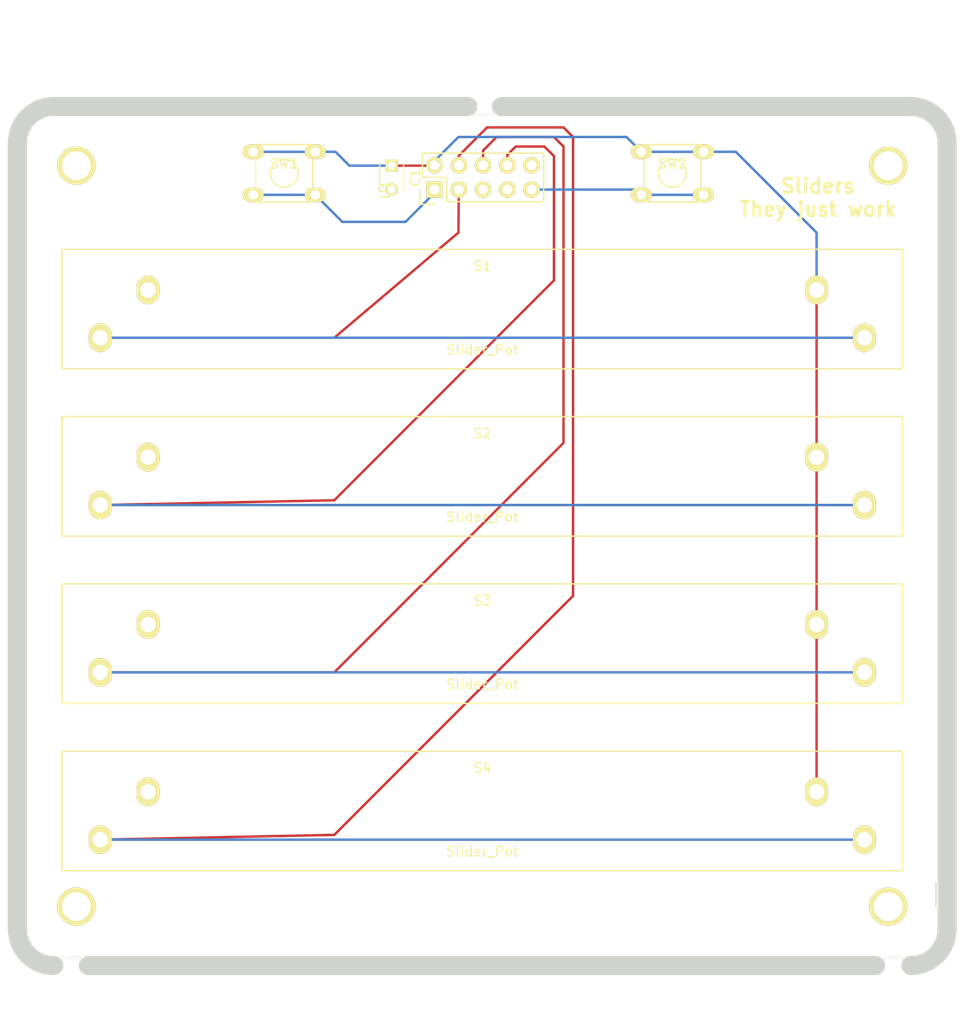
<source format=kicad_pcb>
(kicad_pcb (version 4) (host pcbnew "(after 2015-mar-04 BZR unknown)-product")

  (general
    (links 26)
    (no_connects 5)
    (area 82.819999 42.814999 182.165501 134.667501)
    (thickness 1.6)
    (drawings 19)
    (tracks 57)
    (zones 0)
    (modules 27)
    (nets 11)
  )

  (page A4)
  (layers
    (0 F.Cu signal)
    (31 B.Cu signal)
    (32 B.Adhes user)
    (33 F.Adhes user)
    (34 B.Paste user)
    (35 F.Paste user)
    (36 B.SilkS user)
    (37 F.SilkS user)
    (38 B.Mask user)
    (39 F.Mask user)
    (40 Dwgs.User user hide)
    (41 Cmts.User user)
    (42 Eco1.User user)
    (43 Eco2.User user)
    (44 Edge.Cuts user)
    (45 Margin user)
    (46 B.CrtYd user)
    (47 F.CrtYd user)
    (48 B.Fab user)
    (49 F.Fab user)
  )

  (setup
    (last_trace_width 0.254)
    (trace_clearance 0.254)
    (zone_clearance 0.508)
    (zone_45_only no)
    (trace_min 0.254)
    (segment_width 0.2)
    (edge_width 2)
    (via_size 0.889)
    (via_drill 0.635)
    (via_min_size 0.889)
    (via_min_drill 0.508)
    (uvia_size 0.508)
    (uvia_drill 0.127)
    (uvias_allowed no)
    (uvia_min_size 0.508)
    (uvia_min_drill 0.127)
    (pcb_text_width 0.3)
    (pcb_text_size 1.5 1.5)
    (mod_edge_width 0.15)
    (mod_text_size 1 1)
    (mod_text_width 0.15)
    (pad_size 2.2 1.524)
    (pad_drill 0.99)
    (pad_to_mask_clearance 0)
    (aux_axis_origin 0 0)
    (visible_elements 7FFFFFFF)
    (pcbplotparams
      (layerselection 0x000f0_80000001)
      (usegerberextensions true)
      (excludeedgelayer false)
      (linewidth 0.100000)
      (plotframeref false)
      (viasonmask false)
      (mode 1)
      (useauxorigin false)
      (hpglpennumber 1)
      (hpglpenspeed 20)
      (hpglpendiameter 15)
      (hpglpenoverlay 2)
      (psnegative false)
      (psa4output false)
      (plotreference true)
      (plotvalue true)
      (plotinvisibletext false)
      (padsonsilk false)
      (subtractmaskfromsilk true)
      (outputformat 1)
      (mirror false)
      (drillshape 0)
      (scaleselection 1)
      (outputdirectory gerbers/))
  )

  (net 0 "")
  (net 1 GND)
  (net 2 A0)
  (net 3 A1)
  (net 4 VCC)
  (net 5 A2)
  (net 6 A3)
  (net 7 "Net-(U1-Pad5)")
  (net 8 "Net-(U1-Pad7)")
  (net 9 MOSI)
  (net 10 MISO)

  (net_class Default "This is the default net class."
    (clearance 0.254)
    (trace_width 0.254)
    (via_dia 0.889)
    (via_drill 0.635)
    (uvia_dia 0.508)
    (uvia_drill 0.127)
    (add_net A0)
    (add_net A1)
    (add_net A2)
    (add_net A3)
    (add_net GND)
    (add_net MISO)
    (add_net MOSI)
    (add_net "Net-(U1-Pad5)")
    (add_net "Net-(U1-Pad7)")
    (add_net VCC)
  )

  (module brains:TinyDrillHole (layer F.Cu) (tedit 5579B018) (tstamp 55896674)
    (at 174.625 132.842)
    (fp_text reference "" (at 0 0) (layer F.SilkS)
      (effects (font (size 1 1) (thickness 0.15)))
    )
    (fp_text value "" (at 0 0 90) (layer F.SilkS)
      (effects (font (size 1 1) (thickness 0.15)))
    )
    (pad 2 thru_hole circle (at 0 0) (size 0.3 0.3) (drill 0.3) (layers *.Cu *.Mask F.SilkS))
  )

  (module brains:TinyDrillHole (layer F.Cu) (tedit 5579B018) (tstamp 55896670)
    (at 175.133 132.842)
    (fp_text reference "" (at 0 0) (layer F.SilkS)
      (effects (font (size 1 1) (thickness 0.15)))
    )
    (fp_text value "" (at 0 0 90) (layer F.SilkS)
      (effects (font (size 1 1) (thickness 0.15)))
    )
    (pad 2 thru_hole circle (at 0 0) (size 0.3 0.3) (drill 0.3) (layers *.Cu *.Mask F.SilkS))
  )

  (module brains:TinyDrillHole (layer F.Cu) (tedit 5579B018) (tstamp 5589666C)
    (at 175.514 132.842)
    (fp_text reference "" (at 0 0) (layer F.SilkS)
      (effects (font (size 1 1) (thickness 0.15)))
    )
    (fp_text value "" (at 0 0 90) (layer F.SilkS)
      (effects (font (size 1 1) (thickness 0.15)))
    )
    (pad 2 thru_hole circle (at 0 0) (size 0.3 0.3) (drill 0.3) (layers *.Cu *.Mask F.SilkS))
  )

  (module brains:TinyDrillHole (layer F.Cu) (tedit 5579B018) (tstamp 55896668)
    (at 175.895 132.842)
    (fp_text reference "" (at 0 0) (layer F.SilkS)
      (effects (font (size 1 1) (thickness 0.15)))
    )
    (fp_text value "" (at 0 0 90) (layer F.SilkS)
      (effects (font (size 1 1) (thickness 0.15)))
    )
    (pad 2 thru_hole circle (at 0 0) (size 0.3 0.3) (drill 0.3) (layers *.Cu *.Mask F.SilkS))
  )

  (module brains:TinyDrillHole (layer F.Cu) (tedit 5579B018) (tstamp 55896664)
    (at 176.403 132.842)
    (fp_text reference "" (at 0 0) (layer F.SilkS)
      (effects (font (size 1 1) (thickness 0.15)))
    )
    (fp_text value "" (at 0 0 90) (layer F.SilkS)
      (effects (font (size 1 1) (thickness 0.15)))
    )
    (pad 2 thru_hole circle (at 0 0) (size 0.3 0.3) (drill 0.3) (layers *.Cu *.Mask F.SilkS))
  )

  (module brains:TinyDrillHole (layer F.Cu) (tedit 5579B018) (tstamp 5589664E)
    (at 90.297 132.842)
    (fp_text reference "" (at 0 0) (layer F.SilkS)
      (effects (font (size 1 1) (thickness 0.15)))
    )
    (fp_text value "" (at 0 0 90) (layer F.SilkS)
      (effects (font (size 1 1) (thickness 0.15)))
    )
    (pad 2 thru_hole circle (at 0 0) (size 0.3 0.3) (drill 0.3) (layers *.Cu *.Mask F.SilkS))
  )

  (module brains:TinyDrillHole (layer F.Cu) (tedit 5579B018) (tstamp 5589664A)
    (at 89.916 132.842)
    (fp_text reference "" (at 0 0) (layer F.SilkS)
      (effects (font (size 1 1) (thickness 0.15)))
    )
    (fp_text value "" (at 0 0 90) (layer F.SilkS)
      (effects (font (size 1 1) (thickness 0.15)))
    )
    (pad 2 thru_hole circle (at 0 0) (size 0.3 0.3) (drill 0.3) (layers *.Cu *.Mask F.SilkS))
  )

  (module brains:TinyDrillHole (layer F.Cu) (tedit 5579B018) (tstamp 55896646)
    (at 89.535 132.842)
    (fp_text reference "" (at 0 0) (layer F.SilkS)
      (effects (font (size 1 1) (thickness 0.15)))
    )
    (fp_text value "" (at 0 0 90) (layer F.SilkS)
      (effects (font (size 1 1) (thickness 0.15)))
    )
    (pad 2 thru_hole circle (at 0 0) (size 0.3 0.3) (drill 0.3) (layers *.Cu *.Mask F.SilkS))
  )

  (module brains:TinyDrillHole (layer F.Cu) (tedit 5579B018) (tstamp 55896642)
    (at 89.154 132.842)
    (fp_text reference "" (at 0 0) (layer F.SilkS)
      (effects (font (size 1 1) (thickness 0.15)))
    )
    (fp_text value "" (at 0 0 90) (layer F.SilkS)
      (effects (font (size 1 1) (thickness 0.15)))
    )
    (pad 2 thru_hole circle (at 0 0) (size 0.3 0.3) (drill 0.3) (layers *.Cu *.Mask F.SilkS))
  )

  (module brains:TinyDrillHole (layer F.Cu) (tedit 5579B018) (tstamp 5589663E)
    (at 88.646 132.842)
    (fp_text reference "" (at 0 0) (layer F.SilkS)
      (effects (font (size 1 1) (thickness 0.15)))
    )
    (fp_text value "" (at 0 0 90) (layer F.SilkS)
      (effects (font (size 1 1) (thickness 0.15)))
    )
    (pad 2 thru_hole circle (at 0 0) (size 0.3 0.3) (drill 0.3) (layers *.Cu *.Mask F.SilkS))
  )

  (module brains:TacSwitch (layer F.Cu) (tedit 55895EA4) (tstamp 556775BD)
    (at 152.4 50.8 180)
    (path /55677056)
    (fp_text reference SW2 (at 0 1 180) (layer F.SilkS)
      (effects (font (size 1 1) (thickness 0.15)))
    )
    (fp_text value SW_PUSH (at 0 -0.75 180) (layer F.Fab)
      (effects (font (size 1 1) (thickness 0.15)))
    )
    (fp_line (start 3 -3) (end 3 3) (layer F.SilkS) (width 0.15))
    (fp_line (start 3 3) (end -3 3) (layer F.SilkS) (width 0.15))
    (fp_line (start -3 3) (end -3 -3) (layer F.SilkS) (width 0.15))
    (fp_line (start -3 -3) (end 3 -3) (layer F.SilkS) (width 0.15))
    (fp_circle (center 0 0) (end 1.25 0.75) (layer F.SilkS) (width 0.15))
    (pad 2 thru_hole oval (at -3.25 2.25 180) (size 2.2 1.524) (drill 0.99) (layers *.Cu *.Mask F.SilkS)
      (net 4 VCC))
    (pad 1 thru_hole oval (at -3.25 -2.25 180) (size 2.2 1.524) (drill 0.99) (layers *.Cu *.Mask F.SilkS)
      (net 10 MISO))
    (pad 2 thru_hole oval (at 3.25 2.25 180) (size 2.2 1.524) (drill 0.99) (layers *.Cu *.Mask F.SilkS)
      (net 4 VCC))
    (pad 1 thru_hole oval (at 3.25 -2.25 180) (size 2.2 1.524) (drill 0.99) (layers *.Cu *.Mask F.SilkS)
      (net 10 MISO))
  )

  (module brains:TacSwitch (layer F.Cu) (tedit 55895E80) (tstamp 556775B0)
    (at 111.76 50.8 180)
    (path /5567701A)
    (fp_text reference SW1 (at 0 1 180) (layer F.SilkS)
      (effects (font (size 1 1) (thickness 0.15)))
    )
    (fp_text value SW_PUSH (at 0 -0.75 180) (layer F.Fab)
      (effects (font (size 1 1) (thickness 0.15)))
    )
    (fp_line (start 3 -3) (end 3 3) (layer F.SilkS) (width 0.15))
    (fp_line (start 3 3) (end -3 3) (layer F.SilkS) (width 0.15))
    (fp_line (start -3 3) (end -3 -3) (layer F.SilkS) (width 0.15))
    (fp_line (start -3 -3) (end 3 -3) (layer F.SilkS) (width 0.15))
    (fp_circle (center 0 0) (end 1.25 0.75) (layer F.SilkS) (width 0.15))
    (pad 2 thru_hole oval (at -3.25 2.25 180) (size 2.2 1.524) (drill 0.99) (layers *.Cu *.Mask F.SilkS)
      (net 4 VCC))
    (pad 1 thru_hole oval (at -3.25 -2.25 180) (size 2.2 1.524) (drill 0.99) (layers *.Cu *.Mask F.SilkS)
      (net 9 MOSI))
    (pad 2 thru_hole oval (at 3.25 2.25 180) (size 2.2 1.524) (drill 0.99) (layers *.Cu *.Mask F.SilkS)
      (net 4 VCC))
    (pad 1 thru_hole oval (at 3.25 -2.25 180) (size 2.2 1.524) (drill 0.99) (layers *.Cu *.Mask F.SilkS)
      (net 9 MOSI))
  )

  (module Capacitors_ThroughHole:C_Disc_D3_P2.5 (layer F.Cu) (tedit 551423A5) (tstamp 5514249A)
    (at 123 50 270)
    (descr "Capacitor 3mm Disc, Pitch 2.5mm")
    (tags Capacitor)
    (path /5514241C)
    (fp_text reference C1 (at 1.25 -2.5 270) (layer F.SilkS)
      (effects (font (size 1 1) (thickness 0.15)))
    )
    (fp_text value C (at 1.25 2.5 270) (layer F.Fab)
      (effects (font (size 1 1) (thickness 0.15)))
    )
    (fp_line (start -0.9 -1.5) (end 3.4 -1.5) (layer F.CrtYd) (width 0.05))
    (fp_line (start 3.4 -1.5) (end 3.4 1.5) (layer F.CrtYd) (width 0.05))
    (fp_line (start 3.4 1.5) (end -0.9 1.5) (layer F.CrtYd) (width 0.05))
    (fp_line (start -0.9 1.5) (end -0.9 -1.5) (layer F.CrtYd) (width 0.05))
    (fp_line (start -0.25 -1.25) (end 2.75 -1.25) (layer F.SilkS) (width 0.15))
    (fp_line (start 2.75 1.25) (end -0.25 1.25) (layer F.SilkS) (width 0.15))
    (pad 1 thru_hole rect (at 0 0 270) (size 1.3 1.3) (drill 0.8) (layers *.Cu *.Mask F.SilkS)
      (net 4 VCC))
    (pad 2 thru_hole circle (at 2.5 0 270) (size 1.3 1.3) (drill 0.8001) (layers *.Cu *.Mask F.SilkS)
      (net 1 GND))
    (model Capacitors_ThroughHole.3dshapes/C_Disc_D3_P2.5.wrl
      (at (xyz 0.0492126 0 0))
      (scale (xyz 1 1 1))
      (rotate (xyz 0 0 0))
    )
  )

  (module brains:Slider_Potentiometer (layer F.Cu) (tedit 551422D6) (tstamp 551424A6)
    (at 132.5 65)
    (path /55141FA0)
    (fp_text reference S1 (at 0 -4.5) (layer F.SilkS)
      (effects (font (size 1 1) (thickness 0.15)))
    )
    (fp_text value Slider_Pot (at 0 4.25) (layer F.SilkS)
      (effects (font (size 1 1) (thickness 0.15)))
    )
    (fp_line (start -44 -6.25) (end 44 -6.25) (layer F.SilkS) (width 0.15))
    (fp_line (start 44 -6.25) (end 44 6.25) (layer F.SilkS) (width 0.15))
    (fp_line (start 44 6.25) (end -44 6.25) (layer F.SilkS) (width 0.15))
    (fp_line (start -44 -6.25) (end -44 6.25) (layer F.SilkS) (width 0.15))
    (pad 1 thru_hole oval (at -35 -2) (size 2.4 3) (drill 1.6) (layers *.Cu *.Mask F.SilkS)
      (net 1 GND))
    (pad 2 thru_hole oval (at -40 3) (size 2.4 3) (drill 1.6) (layers *.Cu *.Mask F.SilkS)
      (net 2 A0))
    (pad 3 thru_hole oval (at 35 -2) (size 2.4 3) (drill 1.6) (layers *.Cu *.Mask F.SilkS)
      (net 4 VCC))
    (pad 2 thru_hole oval (at 40 3) (size 2.4 3) (drill 1.6) (layers *.Cu *.Mask F.SilkS)
      (net 2 A0))
  )

  (module brains:Slider_Potentiometer (layer F.Cu) (tedit 551422D6) (tstamp 551424B2)
    (at 132.5 82.5)
    (path /551420C3)
    (fp_text reference S2 (at 0 -4.5) (layer F.SilkS)
      (effects (font (size 1 1) (thickness 0.15)))
    )
    (fp_text value Slider_Pot (at 0 4.25) (layer F.SilkS)
      (effects (font (size 1 1) (thickness 0.15)))
    )
    (fp_line (start -44 -6.25) (end 44 -6.25) (layer F.SilkS) (width 0.15))
    (fp_line (start 44 -6.25) (end 44 6.25) (layer F.SilkS) (width 0.15))
    (fp_line (start 44 6.25) (end -44 6.25) (layer F.SilkS) (width 0.15))
    (fp_line (start -44 -6.25) (end -44 6.25) (layer F.SilkS) (width 0.15))
    (pad 1 thru_hole oval (at -35 -2) (size 2.4 3) (drill 1.6) (layers *.Cu *.Mask F.SilkS)
      (net 1 GND))
    (pad 2 thru_hole oval (at -40 3) (size 2.4 3) (drill 1.6) (layers *.Cu *.Mask F.SilkS)
      (net 3 A1))
    (pad 3 thru_hole oval (at 35 -2) (size 2.4 3) (drill 1.6) (layers *.Cu *.Mask F.SilkS)
      (net 4 VCC))
    (pad 2 thru_hole oval (at 40 3) (size 2.4 3) (drill 1.6) (layers *.Cu *.Mask F.SilkS)
      (net 3 A1))
  )

  (module brains:Slider_Potentiometer (layer F.Cu) (tedit 551422D6) (tstamp 551424BE)
    (at 132.5 100)
    (path /551421B1)
    (fp_text reference S3 (at 0 -4.5) (layer F.SilkS)
      (effects (font (size 1 1) (thickness 0.15)))
    )
    (fp_text value Slider_Pot (at 0 4.25) (layer F.SilkS)
      (effects (font (size 1 1) (thickness 0.15)))
    )
    (fp_line (start -44 -6.25) (end 44 -6.25) (layer F.SilkS) (width 0.15))
    (fp_line (start 44 -6.25) (end 44 6.25) (layer F.SilkS) (width 0.15))
    (fp_line (start 44 6.25) (end -44 6.25) (layer F.SilkS) (width 0.15))
    (fp_line (start -44 -6.25) (end -44 6.25) (layer F.SilkS) (width 0.15))
    (pad 1 thru_hole oval (at -35 -2) (size 2.4 3) (drill 1.6) (layers *.Cu *.Mask F.SilkS)
      (net 1 GND))
    (pad 2 thru_hole oval (at -40 3) (size 2.4 3) (drill 1.6) (layers *.Cu *.Mask F.SilkS)
      (net 5 A2))
    (pad 3 thru_hole oval (at 35 -2) (size 2.4 3) (drill 1.6) (layers *.Cu *.Mask F.SilkS)
      (net 4 VCC))
    (pad 2 thru_hole oval (at 40 3) (size 2.4 3) (drill 1.6) (layers *.Cu *.Mask F.SilkS)
      (net 5 A2))
  )

  (module brains:Slider_Potentiometer (layer F.Cu) (tedit 551422D6) (tstamp 551424CA)
    (at 132.5 117.5)
    (path /551421B7)
    (fp_text reference S4 (at 0 -4.5) (layer F.SilkS)
      (effects (font (size 1 1) (thickness 0.15)))
    )
    (fp_text value Slider_Pot (at 0 4.25) (layer F.SilkS)
      (effects (font (size 1 1) (thickness 0.15)))
    )
    (fp_line (start -44 -6.25) (end 44 -6.25) (layer F.SilkS) (width 0.15))
    (fp_line (start 44 -6.25) (end 44 6.25) (layer F.SilkS) (width 0.15))
    (fp_line (start 44 6.25) (end -44 6.25) (layer F.SilkS) (width 0.15))
    (fp_line (start -44 -6.25) (end -44 6.25) (layer F.SilkS) (width 0.15))
    (pad 1 thru_hole oval (at -35 -2) (size 2.4 3) (drill 1.6) (layers *.Cu *.Mask F.SilkS)
      (net 1 GND))
    (pad 2 thru_hole oval (at -40 3) (size 2.4 3) (drill 1.6) (layers *.Cu *.Mask F.SilkS)
      (net 6 A3))
    (pad 3 thru_hole oval (at 35 -2) (size 2.4 3) (drill 1.6) (layers *.Cu *.Mask F.SilkS)
      (net 4 VCC))
    (pad 2 thru_hole oval (at 40 3) (size 2.4 3) (drill 1.6) (layers *.Cu *.Mask F.SilkS)
      (net 6 A3))
  )

  (module Pin_Headers:Pin_Header_Straight_2x05 (layer F.Cu) (tedit 551423A5) (tstamp 551424D8)
    (at 127.5 52.5 90)
    (descr "Through hole pin header")
    (tags "pin header")
    (path /55141E70)
    (fp_text reference U1 (at 0 -5.1 90) (layer F.SilkS)
      (effects (font (size 1 1) (thickness 0.15)))
    )
    (fp_text value JoyConnectISP (at 0 -3.1 90) (layer F.Fab)
      (effects (font (size 1 1) (thickness 0.15)))
    )
    (fp_line (start -1.75 -1.75) (end -1.75 11.95) (layer F.CrtYd) (width 0.05))
    (fp_line (start 4.3 -1.75) (end 4.3 11.95) (layer F.CrtYd) (width 0.05))
    (fp_line (start -1.75 -1.75) (end 4.3 -1.75) (layer F.CrtYd) (width 0.05))
    (fp_line (start -1.75 11.95) (end 4.3 11.95) (layer F.CrtYd) (width 0.05))
    (fp_line (start 3.81 -1.27) (end 3.81 11.43) (layer F.SilkS) (width 0.15))
    (fp_line (start 3.81 11.43) (end -1.27 11.43) (layer F.SilkS) (width 0.15))
    (fp_line (start -1.27 11.43) (end -1.27 1.27) (layer F.SilkS) (width 0.15))
    (fp_line (start 3.81 -1.27) (end 1.27 -1.27) (layer F.SilkS) (width 0.15))
    (fp_line (start 0 -1.55) (end -1.55 -1.55) (layer F.SilkS) (width 0.15))
    (fp_line (start 1.27 -1.27) (end 1.27 1.27) (layer F.SilkS) (width 0.15))
    (fp_line (start 1.27 1.27) (end -1.27 1.27) (layer F.SilkS) (width 0.15))
    (fp_line (start -1.55 -1.55) (end -1.55 0) (layer F.SilkS) (width 0.15))
    (pad 1 thru_hole rect (at 0 0 90) (size 1.7272 1.7272) (drill 1.016) (layers *.Cu *.Mask F.SilkS)
      (net 9 MOSI))
    (pad 2 thru_hole oval (at 2.54 0 90) (size 1.7272 1.7272) (drill 1.016) (layers *.Cu *.Mask F.SilkS)
      (net 4 VCC))
    (pad 3 thru_hole oval (at 0 2.54 90) (size 1.7272 1.7272) (drill 1.016) (layers *.Cu *.Mask F.SilkS)
      (net 2 A0))
    (pad 4 thru_hole oval (at 2.54 2.54 90) (size 1.7272 1.7272) (drill 1.016) (layers *.Cu *.Mask F.SilkS)
      (net 6 A3))
    (pad 5 thru_hole oval (at 0 5.08 90) (size 1.7272 1.7272) (drill 1.016) (layers *.Cu *.Mask F.SilkS)
      (net 7 "Net-(U1-Pad5)"))
    (pad 6 thru_hole oval (at 2.54 5.08 90) (size 1.7272 1.7272) (drill 1.016) (layers *.Cu *.Mask F.SilkS)
      (net 5 A2))
    (pad 7 thru_hole oval (at 0 7.62 90) (size 1.7272 1.7272) (drill 1.016) (layers *.Cu *.Mask F.SilkS)
      (net 8 "Net-(U1-Pad7)"))
    (pad 8 thru_hole oval (at 2.54 7.62 90) (size 1.7272 1.7272) (drill 1.016) (layers *.Cu *.Mask F.SilkS)
      (net 3 A1))
    (pad 9 thru_hole oval (at 0 10.16 90) (size 1.7272 1.7272) (drill 1.016) (layers *.Cu *.Mask F.SilkS)
      (net 10 MISO))
    (pad 10 thru_hole oval (at 2.54 10.16 90) (size 1.7272 1.7272) (drill 1.016) (layers *.Cu *.Mask F.SilkS)
      (net 1 GND))
    (model Pin_Headers.3dshapes/Pin_Header_Straight_2x05.wrl
      (at (xyz 0.05 -0.2 0))
      (scale (xyz 1 1 1))
      (rotate (xyz 0 0 90))
    )
  )

  (module brains:Mounting_Hole (layer F.Cu) (tedit 55143A8D) (tstamp 5514305D)
    (at 90 50)
    (fp_text reference "" (at 0 -5) (layer F.SilkS)
      (effects (font (size 1 1) (thickness 0.15)))
    )
    (fp_text value "" (at 0 5) (layer F.SilkS)
      (effects (font (size 1 1) (thickness 0.15)))
    )
    (pad "" thru_hole circle (at 0 0) (size 4 4) (drill 3) (layers *.Cu *.Mask F.SilkS))
  )

  (module brains:Mounting_Hole (layer F.Cu) (tedit 55143A98) (tstamp 55143066)
    (at 175 50)
    (fp_text reference "" (at 0 -5) (layer F.SilkS)
      (effects (font (size 1 1) (thickness 0.15)))
    )
    (fp_text value "" (at 0 5) (layer F.SilkS)
      (effects (font (size 1 1) (thickness 0.15)))
    )
    (pad "" thru_hole circle (at 0 0) (size 4 4) (drill 3) (layers *.Cu *.Mask F.SilkS))
  )

  (module brains:Mounting_Hole (layer F.Cu) (tedit 55143AA9) (tstamp 5514306F)
    (at 90 127.5)
    (fp_text reference "" (at 0 -5) (layer F.SilkS)
      (effects (font (size 1 1) (thickness 0.15)))
    )
    (fp_text value "" (at 0 5) (layer F.SilkS)
      (effects (font (size 1 1) (thickness 0.15)))
    )
    (pad "" thru_hole circle (at 0 0) (size 4 4) (drill 3) (layers *.Cu *.Mask F.SilkS))
  )

  (module brains:Mounting_Hole (layer F.Cu) (tedit 55143AA1) (tstamp 55143078)
    (at 175 127.5)
    (fp_text reference "" (at 0 -5) (layer F.SilkS)
      (effects (font (size 1 1) (thickness 0.15)))
    )
    (fp_text value "" (at 0 5) (layer F.SilkS)
      (effects (font (size 1 1) (thickness 0.15)))
    )
    (pad "" thru_hole circle (at 0 0) (size 4 4) (drill 3) (layers *.Cu *.Mask F.SilkS))
  )

  (module brains:TinyDrillHole (layer F.Cu) (tedit 5579B018) (tstamp 558965D9)
    (at 131.826 44.704)
    (fp_text reference "" (at 0 0) (layer F.SilkS)
      (effects (font (size 1 1) (thickness 0.15)))
    )
    (fp_text value "" (at 0 0 90) (layer F.SilkS)
      (effects (font (size 1 1) (thickness 0.15)))
    )
    (pad 2 thru_hole circle (at 0 0) (size 0.3 0.3) (drill 0.3) (layers *.Cu *.Mask F.SilkS))
  )

  (module brains:TinyDrillHole (layer F.Cu) (tedit 5579B018) (tstamp 558965E2)
    (at 132.334 44.704)
    (fp_text reference "" (at 0 0) (layer F.SilkS)
      (effects (font (size 1 1) (thickness 0.15)))
    )
    (fp_text value "" (at 0 0 90) (layer F.SilkS)
      (effects (font (size 1 1) (thickness 0.15)))
    )
    (pad 2 thru_hole circle (at 0 0) (size 0.3 0.3) (drill 0.3) (layers *.Cu *.Mask F.SilkS))
  )

  (module brains:TinyDrillHole (layer F.Cu) (tedit 5579B018) (tstamp 558965EB)
    (at 132.715 44.704)
    (fp_text reference "" (at 0 0) (layer F.SilkS)
      (effects (font (size 1 1) (thickness 0.15)))
    )
    (fp_text value "" (at 0 0 90) (layer F.SilkS)
      (effects (font (size 1 1) (thickness 0.15)))
    )
    (pad 2 thru_hole circle (at 0 0) (size 0.3 0.3) (drill 0.3) (layers *.Cu *.Mask F.SilkS))
  )

  (module brains:TinyDrillHole (layer F.Cu) (tedit 5579B018) (tstamp 558965F4)
    (at 133.096 44.704)
    (fp_text reference "" (at 0 0) (layer F.SilkS)
      (effects (font (size 1 1) (thickness 0.15)))
    )
    (fp_text value "" (at 0 0 90) (layer F.SilkS)
      (effects (font (size 1 1) (thickness 0.15)))
    )
    (pad 2 thru_hole circle (at 0 0) (size 0.3 0.3) (drill 0.3) (layers *.Cu *.Mask F.SilkS))
  )

  (module brains:TinyDrillHole (layer F.Cu) (tedit 5579B018) (tstamp 558965FD)
    (at 133.604 44.704)
    (fp_text reference "" (at 0 0) (layer F.SilkS)
      (effects (font (size 1 1) (thickness 0.15)))
    )
    (fp_text value "" (at 0 0 90) (layer F.SilkS)
      (effects (font (size 1 1) (thickness 0.15)))
    )
    (pad 2 thru_hole circle (at 0 0) (size 0.3 0.3) (drill 0.3) (layers *.Cu *.Mask F.SilkS))
  )

  (gr_line (start 134.493 43.815) (end 177.546 43.815) (angle 90) (layer Edge.Cuts) (width 2))
  (gr_line (start 87.6935 43.815) (end 131.0005 43.815) (angle 90) (layer Edge.Cuts) (width 2))
  (gr_line (start 91.2495 133.6675) (end 173.6725 133.6675) (angle 90) (layer Edge.Cuts) (width 2))
  (dimension 1.652221 (width 0.3) (layer Cmts.User)
    (gr_text "1.652 mm" (at 133.137004 34.525636 357.7974018) (layer Cmts.User)
      (effects (font (size 1.5 1.5) (thickness 0.3)))
    )
    (feature1 (pts (xy 133.604 43.8785) (xy 134.014389 33.208384)))
    (feature2 (pts (xy 131.953 43.815) (xy 132.363389 33.144884)))
    (crossbar (pts (xy 132.25962 35.842889) (xy 133.91062 35.906389)))
    (arrow1a (pts (xy 133.91062 35.906389) (xy 132.762411 36.449081)))
    (arrow1b (pts (xy 133.91062 35.906389) (xy 132.807487 35.277106)))
    (arrow2a (pts (xy 132.25962 35.842889) (xy 133.362753 36.472172)))
    (arrow2b (pts (xy 132.25962 35.842889) (xy 133.407829 35.300197)))
  )
  (dimension 1.651 (width 0.3) (layer Cmts.User)
    (gr_text "1.651 mm" (at 175.514 140.414999) (layer Cmts.User)
      (effects (font (size 1.5 1.5) (thickness 0.3)))
    )
    (feature1 (pts (xy 174.6885 133.6675) (xy 174.6885 141.764999)))
    (feature2 (pts (xy 176.3395 133.6675) (xy 176.3395 141.764999)))
    (crossbar (pts (xy 176.3395 139.064999) (xy 174.6885 139.064999)))
    (arrow1a (pts (xy 174.6885 139.064999) (xy 175.815004 138.478578)))
    (arrow1b (pts (xy 174.6885 139.064999) (xy 175.815004 139.65142)))
    (arrow2a (pts (xy 176.3395 139.064999) (xy 175.212996 138.478578)))
    (arrow2b (pts (xy 176.3395 139.064999) (xy 175.212996 139.65142)))
  )
  (dimension 1.651 (width 0.3) (layer Cmts.User)
    (gr_text "1.651 mm" (at 89.4715 139.0815) (layer Cmts.User)
      (effects (font (size 1.5 1.5) (thickness 0.3)))
    )
    (feature1 (pts (xy 90.297 133.6675) (xy 90.297 140.4315)))
    (feature2 (pts (xy 88.646 133.6675) (xy 88.646 140.4315)))
    (crossbar (pts (xy 88.646 137.7315) (xy 90.297 137.7315)))
    (arrow1a (pts (xy 90.297 137.7315) (xy 89.170496 138.317921)))
    (arrow1b (pts (xy 90.297 137.7315) (xy 89.170496 137.145079)))
    (arrow2a (pts (xy 88.646 137.7315) (xy 89.772504 138.317921)))
    (arrow2b (pts (xy 88.646 137.7315) (xy 89.772504 137.145079)))
  )
  (gr_line (start 181.1655 47.625) (end 181.1655 130.048) (angle 90) (layer Edge.Cuts) (width 2))
  (gr_line (start 83.82 47.625) (end 83.82 129.921) (angle 90) (layer Edge.Cuts) (width 2))
  (gr_arc (start 87.63 129.8575) (end 87.63 133.6675) (angle 90) (layer Edge.Cuts) (width 2) (tstamp 558964AA))
  (gr_arc (start 177.3555 47.625) (end 177.3555 43.815) (angle 90) (layer Edge.Cuts) (width 2) (tstamp 558964A9))
  (gr_arc (start 177.3555 129.8575) (end 181.1655 129.8575) (angle 90) (layer Edge.Cuts) (width 2) (tstamp 558964A6))
  (gr_arc (start 87.63 47.625) (end 83.82 47.625) (angle 90) (layer Edge.Cuts) (width 2))
  (gr_text "Sliders\nThey just work" (at 167.64 53.34) (layer F.SilkS)
    (effects (font (size 1.5 1.5) (thickness 0.3)))
  )
  (gr_line (start 180 125) (end 180 127.5) (angle 90) (layer Edge.Cuts) (width 0.1))
  (gr_line (start 135.5 154.5) (end 134 154.5) (angle 90) (layer Dwgs.User) (width 0.2))
  (gr_line (start 133 48.5) (end 133 154.5) (angle 90) (layer Dwgs.User) (width 0.2))
  (dimension 47.5 (width 0.3) (layer Dwgs.User)
    (gr_text "47.500 mm" (at 156.75 41.150001) (layer Dwgs.User)
      (effects (font (size 1.5 1.5) (thickness 0.3)))
    )
    (feature1 (pts (xy 133 49) (xy 133 39.800001)))
    (feature2 (pts (xy 180.5 49) (xy 180.5 39.800001)))
    (crossbar (pts (xy 180.5 42.500001) (xy 133 42.500001)))
    (arrow1a (pts (xy 133 42.500001) (xy 134.126504 41.91358)))
    (arrow1b (pts (xy 133 42.500001) (xy 134.126504 43.086422)))
    (arrow2a (pts (xy 180.5 42.500001) (xy 179.373496 41.91358)))
    (arrow2b (pts (xy 180.5 42.500001) (xy 179.373496 43.086422)))
  )
  (dimension 95 (width 0.3) (layer Dwgs.User)
    (gr_text "95.000 mm" (at 209.85 98.5 270) (layer Dwgs.User)
      (effects (font (size 1.5 1.5) (thickness 0.3)))
    )
    (feature1 (pts (xy 183 146) (xy 211.2 146)))
    (feature2 (pts (xy 183 51) (xy 211.2 51)))
    (crossbar (pts (xy 208.5 51) (xy 208.5 146)))
    (arrow1a (pts (xy 208.5 146) (xy 207.913579 144.873496)))
    (arrow1b (pts (xy 208.5 146) (xy 209.086421 144.873496)))
    (arrow2a (pts (xy 208.5 51) (xy 207.913579 52.126504)))
    (arrow2b (pts (xy 208.5 51) (xy 209.086421 52.126504)))
  )
  (dimension 95 (width 0.3) (layer Dwgs.User)
    (gr_text "95.000 mm" (at 133 32.15) (layer Dwgs.User)
      (effects (font (size 1.5 1.5) (thickness 0.3)))
    )
    (feature1 (pts (xy 180.5 51) (xy 180.5 30.8)))
    (feature2 (pts (xy 85.5 51) (xy 85.5 30.8)))
    (crossbar (pts (xy 85.5 33.5) (xy 180.5 33.5)))
    (arrow1a (pts (xy 180.5 33.5) (xy 179.373496 34.086421)))
    (arrow1b (pts (xy 180.5 33.5) (xy 179.373496 32.913579)))
    (arrow2a (pts (xy 85.5 33.5) (xy 86.626504 34.086421)))
    (arrow2b (pts (xy 85.5 33.5) (xy 86.626504 32.913579)))
  )

  (segment (start 117 68) (end 130 57) (width 0.254) (layer F.Cu) (net 2) (tstamp 551430AB))
  (segment (start 130 57) (end 130.04 52.5) (width 0.254) (layer F.Cu) (net 2) (tstamp 551430AD))
  (segment (start 92.5 68) (end 117 68) (width 0.254) (layer F.Cu) (net 2))
  (segment (start 172.5 68) (end 92.5 68) (width 0.254) (layer B.Cu) (net 2))
  (segment (start 117 85) (end 140 62) (width 0.254) (layer F.Cu) (net 3) (tstamp 551430B1))
  (segment (start 140 62) (end 140 49) (width 0.254) (layer F.Cu) (net 3) (tstamp 551430B3))
  (segment (start 140 49) (end 139 48) (width 0.254) (layer F.Cu) (net 3) (tstamp 551430B5))
  (segment (start 139 48) (end 136 48) (width 0.254) (layer F.Cu) (net 3) (tstamp 551430B6))
  (segment (start 136 48) (end 135.12 48.88) (width 0.254) (layer F.Cu) (net 3) (tstamp 551430B7))
  (segment (start 135.12 48.88) (end 135.12 49.96) (width 0.254) (layer F.Cu) (net 3) (tstamp 551430B8))
  (segment (start 92.5 85.5) (end 117 85) (width 0.254) (layer F.Cu) (net 3))
  (segment (start 172.5 85.5) (end 92.5 85.5) (width 0.254) (layer B.Cu) (net 3))
  (segment (start 167.5 57.5) (end 167.5 57.01) (width 0.254) (layer B.Cu) (net 4))
  (segment (start 167.5 63) (end 167.5 57.5) (width 0.254) (layer B.Cu) (net 4) (tstamp 55143178))
  (segment (start 159.04 48.55) (end 155.65 48.55) (width 0.254) (layer B.Cu) (net 4) (tstamp 55895F19))
  (segment (start 167.5 57.01) (end 159.04 48.55) (width 0.254) (layer B.Cu) (net 4) (tstamp 55895F18))
  (segment (start 155.65 48.55) (end 149.15 48.55) (width 0.254) (layer B.Cu) (net 4))
  (segment (start 149.15 48.55) (end 147.6 47) (width 0.254) (layer B.Cu) (net 4) (tstamp 55895F0F))
  (segment (start 147.6 47) (end 147.33 47) (width 0.254) (layer B.Cu) (net 4) (tstamp 55895F10))
  (segment (start 147.33 47) (end 147.32 46.99) (width 0.254) (layer B.Cu) (net 4) (tstamp 55895F11))
  (segment (start 147.32 46.99) (end 147.32 47) (width 0.254) (layer B.Cu) (net 4) (tstamp 55895F12))
  (segment (start 115.01 48.55) (end 117.13 48.55) (width 0.254) (layer B.Cu) (net 4))
  (segment (start 118.58 50) (end 123 50) (width 0.254) (layer B.Cu) (net 4) (tstamp 55895EE4))
  (segment (start 117.13 48.55) (end 118.58 50) (width 0.254) (layer B.Cu) (net 4) (tstamp 55895EE2))
  (segment (start 108.51 48.55) (end 115.01 48.55) (width 0.254) (layer B.Cu) (net 4))
  (segment (start 167.5 115.5) (end 167.5 98) (width 0.254) (layer F.Cu) (net 4))
  (segment (start 167.5 98) (end 167.5 80.5) (width 0.254) (layer F.Cu) (net 4))
  (segment (start 167.5 80.5) (end 167.5 63) (width 0.254) (layer F.Cu) (net 4))
  (segment (start 130 47) (end 147.32 47) (width 0.254) (layer B.Cu) (net 4) (tstamp 55143172))
  (segment (start 127.5 49.5) (end 130 47) (width 0.254) (layer B.Cu) (net 4) (tstamp 55143171))
  (segment (start 127.5 49.96) (end 127.5 49.5) (width 0.254) (layer B.Cu) (net 4))
  (segment (start 127.46 50) (end 127.5 49.96) (width 0.254) (layer F.Cu) (net 4) (tstamp 55143777))
  (segment (start 123 50) (end 127.46 50) (width 0.254) (layer F.Cu) (net 4))
  (segment (start 132.58 48.42) (end 134 47) (width 0.254) (layer F.Cu) (net 5) (tstamp 551430BC))
  (segment (start 134 47) (end 140 47) (width 0.254) (layer F.Cu) (net 5) (tstamp 551430BE))
  (segment (start 140 47) (end 141 48) (width 0.254) (layer F.Cu) (net 5) (tstamp 551430C0))
  (segment (start 141 48) (end 141 79) (width 0.254) (layer F.Cu) (net 5) (tstamp 551430C2))
  (segment (start 141 79) (end 117 103) (width 0.254) (layer F.Cu) (net 5) (tstamp 551430C3))
  (segment (start 117 103) (end 92.5 103) (width 0.254) (layer F.Cu) (net 5) (tstamp 551430C5))
  (segment (start 132.58 49.96) (end 132.58 48.42) (width 0.254) (layer F.Cu) (net 5))
  (segment (start 172.5 103) (end 92.5 103) (width 0.254) (layer B.Cu) (net 5))
  (segment (start 130.04 48.96) (end 133 46) (width 0.254) (layer F.Cu) (net 6) (tstamp 551430C9))
  (segment (start 133 46) (end 141 46) (width 0.254) (layer F.Cu) (net 6) (tstamp 551430CA))
  (segment (start 141 46) (end 142 47) (width 0.254) (layer F.Cu) (net 6) (tstamp 551430CC))
  (segment (start 142 47) (end 142 95) (width 0.254) (layer F.Cu) (net 6) (tstamp 551430CE))
  (segment (start 142 95) (end 117 120) (width 0.254) (layer F.Cu) (net 6) (tstamp 551430CF))
  (segment (start 117 120) (end 92.5 120.5) (width 0.254) (layer F.Cu) (net 6) (tstamp 551430D1))
  (segment (start 130.04 49.96) (end 130.04 48.96) (width 0.254) (layer F.Cu) (net 6))
  (segment (start 172.5 120.5) (end 92.5 120.5) (width 0.254) (layer B.Cu) (net 6))
  (segment (start 115.01 53.05) (end 108.51 53.05) (width 0.254) (layer B.Cu) (net 9))
  (segment (start 117.84 55.88) (end 115.01 53.05) (width 0.254) (layer B.Cu) (net 9) (tstamp 55677624))
  (segment (start 124.46 55.88) (end 117.84 55.88) (width 0.254) (layer B.Cu) (net 9) (tstamp 55677622))
  (segment (start 127.5 52.84) (end 124.46 55.88) (width 0.254) (layer B.Cu) (net 9) (tstamp 55677621))
  (segment (start 127.5 52.5) (end 127.5 52.84) (width 0.254) (layer B.Cu) (net 9))
  (segment (start 149.15 53.05) (end 155.65 53.05) (width 0.254) (layer B.Cu) (net 10))
  (segment (start 137.66 52.5) (end 148.6 52.5) (width 0.254) (layer B.Cu) (net 10))
  (segment (start 148.6 52.5) (end 149.15 53.05) (width 0.254) (layer B.Cu) (net 10) (tstamp 55895F0C))

  (zone (net 1) (net_name GND) (layer B.Cu) (tstamp 551436B4) (hatch edge 0.508)
    (connect_pads (clearance 0.508))
    (min_thickness 0.254)
    (fill yes (arc_segments 16) (thermal_gap 0.508) (thermal_bridge_width 0.508))
    (polygon
      (pts
        (xy 182 134) (xy 84 134) (xy 84 44) (xy 182 44)
      )
    )
  )
  (zone (net 1) (net_name GND) (layer F.Cu) (tstamp 551436C6) (hatch edge 0.508)
    (connect_pads (clearance 0.508))
    (min_thickness 0.254)
    (fill yes (arc_segments 16) (thermal_gap 0.508) (thermal_bridge_width 0.508))
    (polygon
      (pts
        (xy 184 135) (xy 82 135) (xy 82 42) (xy 184 42)
      )
    )
  )
)

</source>
